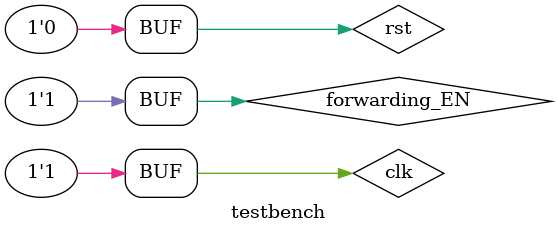
<source format=v>
`timescale 1ns/1ns

module testbench ();
  reg clk,rst, forwarding_EN;
  MIPS_Processor top_module (clk, rst, forwarding_EN);

  initial begin
    clk=1;
    repeat(5000) #50 clk=~clk ;
  end

  initial begin
    rst = 1;
    forwarding_EN = 1;
    #100
    rst = 0;
  end
endmodule // test

</source>
